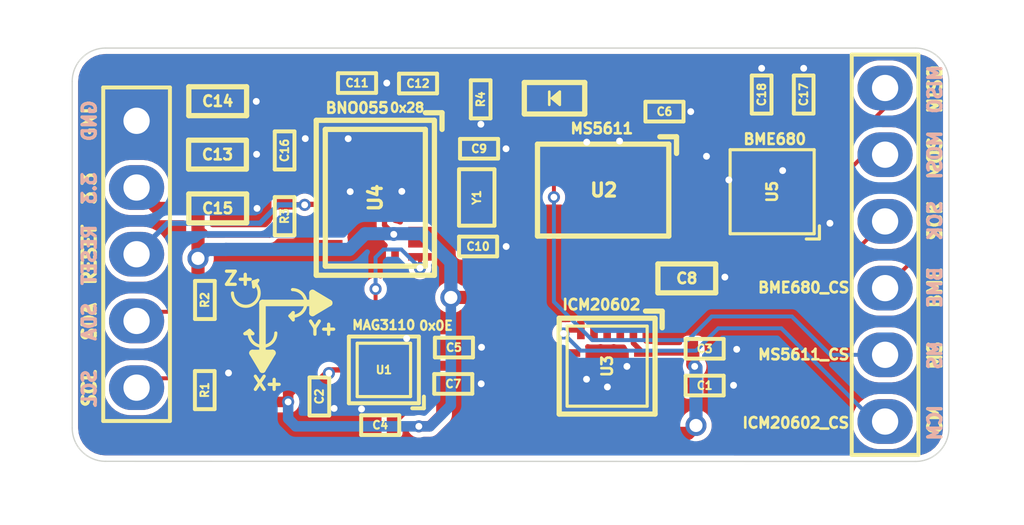
<source format=kicad_pcb>
(kicad_pcb (version 20211014) (generator pcbnew)
  (layers (0 "F.Cu" signal) (31 "B.Cu" signal) (34 "B.Paste" user) (35 "F.Paste" user) (36 "B.SilkS" user "B.Silkscreen") (37 "F.SilkS" user "F.Silkscreen") (38 "B.Mask" user) (39 "F.Mask" user) (44 "Edge.Cuts" user))
  (net 0 "")
  (net 1 "GND")
  (net 2 "Net-(C1-Pad1)")
  (net 3 "+3V3")
  (net 4 "Net-(C4-Pad1)")
  (net 5 "Net-(C5-Pad1)")
  (net 6 "Net-(C9-Pad1)")
  (net 7 "Net-(C10-Pad1)")
  (net 8 "Net-(C16-Pad1)")
  (net 9 "BNO055_RESET")
  (net 10 "I2C_SCL")
  (net 11 "I2C_SDA")
  (net 12 "SPI_MS5611")
  (net 13 "SPI_ICM20602")
  (net 14 "SPI_MISO")
  (net 15 "SPI_MOSI")
  (net 16 "SPI_SCK")
  (net 17 "Net-(U1-Pad9)")
  (net 18 "Net-(U1-Pad3)")
  (net 19 "Net-(U3-Pad7)")
  (net 20 "Net-(U3-Pad6)")
  (net 21 "Net-(U4-Pad1)")
  (net 22 "Net-(U4-Pad23)")
  (net 23 "Net-(U4-Pad22)")
  (net 24 "Net-(U4-Pad21)")
  (net 25 "Net-(U4-Pad7)")
  (net 26 "Net-(U4-Pad8)")
  (net 27 "Net-(U4-Pad12)")
  (net 28 "Net-(U4-Pad13)")
  (net 29 "Net-(U4-Pad14)")
  (net 30 "Net-(U4-Pad24)")
  (net 31 "Net-(D1-Pad1)")
  (net 32 "SPI_BME680")
  (footprint "Footprints:SMD_0402" (layer "F.Cu") (at 137.16018 98.0948 -90)
    (fp_text reference "C2")
    (fp_text value "100nF")
  )
  (footprint "Footprints:SMD_0402" (layer "F.Cu") (at 139.47666 99.187 180)
    (fp_text reference "C4")
    (fp_text value "100nF")
  )
  (footprint "Footprints:SMD_0402" (layer "F.Cu") (at 142.28336 96.23298)
    (fp_text reference "C5")
    (fp_text value "100nF")
  )
  (footprint "Footprints:SMD_0402" (layer "F.Cu") (at 142.25796 97.61728)
    (fp_text reference "C7")
    (fp_text value "100nF")
  )
  (footprint "Footprints:SMD_0402" (layer "F.Cu") (at 143.24076 88.66378)
    (fp_text reference "C9")
    (fp_text value "15pF")
  )
  (footprint "Footprints:SMD_0402" (layer "F.Cu") (at 143.20266 92.38488)
    (fp_text reference "C10")
    (fp_text value "15pF")
  )
  (footprint "Footprints:SMD_0402" (layer "F.Cu") (at 138.5951 86.16188)
    (fp_text reference "C11")
    (fp_text value "100nF")
  )
  (footprint "Footprints:SMD_0402" (layer "F.Cu") (at 140.91666 86.17966 180)
    (fp_text reference "C12")
    (fp_text value "100nF")
  )
  (footprint "Footprints:SMD_0603" (layer "F.Cu") (at 133.28142 88.8873)
    (fp_text reference "C13")
    (fp_text value "4.7uF")
  )
  (footprint "Footprints:SMD_0603" (layer "F.Cu") (at 133.28904 86.85276)
    (fp_text reference "C14")
    (fp_text value "4.7uF")
  )
  (footprint "Footprints:SMD_0603" (layer "F.Cu") (at 133.28904 90.93454)
    (fp_text reference "C15")
    (fp_text value "1uF")
  )
  (footprint "Footprints:SMD_0402" (layer "F.Cu") (at 135.83666 88.72728 90)
    (fp_text reference "C16")
    (fp_text value "100nF")
  )
  (footprint "Footprints:SMD_0402" (layer "F.Cu") (at 132.79628 97.8535 -90)
    (fp_text reference "R1")
    (fp_text value "4.7K")
  )
  (footprint "Footprints:SMD_0402" (layer "F.Cu") (at 132.80136 94.42196 90)
    (fp_text reference "R2")
    (fp_text value "4.7K")
  )
  (footprint "Footprints:SMD_0402" (layer "F.Cu") (at 135.83666 91.22918 -90)
    (fp_text reference "R3")
    (fp_text value "10K")
  )
  (footprint "Footprints:MAG3110" (layer "F.Cu") (at 139.61636 97.08388 180)
    (fp_text reference "U1")
    (fp_text value "MAG3110")
  )
  (footprint "Footprints:LGA28_3.8x5.2mm_P0.5mm" (layer "F.Cu") (at 139.29106 90.53068 -90)
    (fp_text reference "U4")
    (fp_text value "BNO055")
  )
  (footprint "Footprints:ABS05_32.768KHz" (layer "F.Cu") (at 143.15186 90.51798 -90)
    (fp_text reference "Y1")
    (fp_text value "32.768KHz")
  )
  (footprint "Footprints:SMD_0402" (layer "F.Cu") (at 151.83 96.28 180)
    (fp_text reference "C3")
    (fp_text value "100nF")
  )
  (footprint "Footprints:SMD_0603" (layer "F.Cu") (at 151.15 93.6 180)
    (fp_text reference "C8")
    (fp_text value "1uF")
  )
  (footprint "Footprints:LGA16_3x3mm_P0.5mm" (layer "F.Cu") (at 148.11708 96.94124 -90)
    (fp_text reference "U3")
    (fp_text value "ICM20602")
  )
  (footprint "Footprints:MS56xx" (layer "F.Cu") (at 147.96516 90.23858 -90)
    (fp_text reference "U2")
    (fp_text value "MS5611")
  )
  (footprint "Footprints:SMD_0402" (layer "F.Cu") (at 150.3 87.25 180)
    (fp_text reference "C6")
    (fp_text value "100nF")
  )
  (footprint "Footprints:SMD_0402" (layer "F.Cu") (at 151.83 97.68)
    (fp_text reference "C1")
    (fp_text value "100nF")
  )
  (footprint "Footprints:Diode_0603" (layer "F.Cu") (at 146.1135 86.741)
    (fp_text reference "D1" hide)
    (fp_text value "Led_Diode")
  )
  (footprint "Footprints:SMD_0402" (layer "F.Cu") (at 143.30172 86.78164 -90)
    (fp_text reference "R4")
    (fp_text value "470")
  )
  (footprint "Footprints:SMD_0402" (layer "F.Cu") (at 155.6 86.6 90)
    (fp_text reference "C17")
    (fp_text value "100nF")
  )
  (footprint "Footprints:SMD_0402" (layer "F.Cu") (at 154 86.6 90)
    (fp_text reference "C18")
    (fp_text value "100nF")
  )
  (footprint "Footprints:PinHeader_1x6_P2.5mm" (layer "F.Cu") (at 158.7 92.7)
    (fp_text reference "J2" hide)
    (fp_text value "Connector_01x06")
  )
  (footprint "Footprints:BME680" (layer "F.Cu") (at 154.4 90.3 -90)
    (fp_text reference "U5")
    (fp_text value "BME680")
  )
  (footprint "Footprints:PinHeader_1x5_P2.5mm" (layer "F.Cu") (at 130.2 92.7)
    (fp_text reference "J1" hide)
    (fp_text value "Connector_01x05")
  )
  (gr_line (start 136.8988 94.9162) (end 136.8988 94.1542) (layer "F.SilkS") (width 0.25))
  (gr_line (start 137.5338 94.5352) (end 136.8988 94.9162) (layer "F.SilkS") (width 0.25))
  (gr_line (start 136.8988 94.2812) (end 136.8988 94.1542) (layer "F.SilkS") (width 0.12))
  (gr_line (start 137.5338 94.5352) (end 134.9938 94.5352) (layer "F.SilkS") (width 0.25))
  (gr_line (start 137.0258 94.7892) (end 137.0258 94.2812) (layer "F.SilkS") (width 0.25))
  (gr_line (start 136.8988 94.1542) (end 137.5338 94.5352) (layer "F.SilkS") (width 0.25))
  (gr_line (start 134.6288 95.7052) (end 134.5018 95.5782) (layer "F.SilkS") (width 0.12))
  (gr_arc (start 134.640588 93.731518) (mid 134.598504 94.602091) (end 133.8508 94.1542) (layer "F.SilkS") (width 0.12))
  (gr_line (start 134.6636 93.9256) (end 134.640588 93.731518) (layer "F.SilkS") (width 0.12))
  (gr_line (start 136.0368 95.0272) (end 136.1638 95.1796) (layer "F.SilkS") (width 0.12))
  (gr_arc (start 136.1368 94.0272) (mid 136.6448 94.5352) (end 136.1368 95.0432) (layer "F.SilkS") (width 0.12))
  (gr_line (start 136.1638 95.1796) (end 136.1638 94.9002) (layer "F.SilkS") (width 0.12))
  (gr_line (start 136.1638 94.9002) (end 136.0368 95.0272) (layer "F.SilkS") (width 0.12))
  (gr_line (start 134.5018 95.5782) (end 134.324 95.7052) (layer "F.SilkS") (width 0.12))
  (gr_line (start 134.640588 93.731518) (end 134.816 93.6716) (layer "F.SilkS") (width 0.12))
  (gr_arc (start 135.5018 95.6782) (mid 134.9938 96.1862) (end 134.4858 95.6782) (layer "F.SilkS") (width 0.12))
  (gr_line (start 134.9938 97.0752) (end 134.6128 96.4402) (layer "F.SilkS") (width 0.25))
  (gr_line (start 134.324 95.7052) (end 134.6288 95.7052) (layer "F.SilkS") (width 0.12))
  (gr_line (start 134.6128 96.4402) (end 135.3748 96.4402) (layer "F.SilkS") (width 0.25))
  (gr_line (start 134.9938 97.0752) (end 134.9938 94.5352) (layer "F.SilkS") (width 0.25))
  (gr_line (start 134.7398 96.5672) (end 135.2478 96.5672) (layer "F.SilkS") (width 0.25))
  (gr_line (start 135.2478 96.4402) (end 135.3748 96.4402) (layer "F.SilkS") (width 0.12))
  (gr_line (start 134.816 93.6716) (end 134.6636 93.9256) (layer "F.SilkS") (width 0.12))
  (gr_line (start 135.3748 96.4402) (end 134.9938 97.0752) (layer "F.SilkS") (width 0.25))
  (gr_line (start 161.13046 86.1) (end 161.13046 99.3) (layer "Edge.Cuts") (width 0.05))
  (gr_line (start 159.86046 84.83) (end 129.02 84.83) (layer "Edge.Cuts") (width 0.05))
  (gr_line (start 159.86046 100.57) (end 129.02 100.56492) (layer "Edge.Cuts") (width 0.05))
  (gr_line (start 127.75 99.29492) (end 127.75 86.1) (layer "Edge.Cuts") (width 0.05))
  (gr_arc (start 127.75 86.1) (mid 128.121974 85.201974) (end 129.02 84.83) (layer "Edge.Cuts") (width 0.05))
  (gr_arc (start 129.02 100.56492) (mid 128.121974 100.192946) (end 127.75 99.29492) (layer "Edge.Cuts") (width 0.05))
  (gr_arc (start 159.86046 84.83) (mid 160.758486 85.201974) (end 161.13046 86.1) (layer "Edge.Cuts") (width 0.05))
  (gr_arc (start 161.13046 99.3) (mid 160.758486 100.198026) (end 159.86046 100.57) (layer "Edge.Cuts") (width 0.05))
  (gr_text "GND" (at 128.4 87.6 90) (layer "B.SilkS") (effects (font (size 0.5 0.5) (thickness 0.125)) (justify mirror)))
  (gr_text "3.3" (at 128.4 90.17 90) (layer "B.SilkS") (effects (font (size 0.5 0.5) (thickness 0.125)) (justify mirror)))
  (gr_text "SDA" (at 128.4 95.25 90) (layer "B.SilkS") (effects (font (size 0.5 0.5) (thickness 0.125)) (justify mirror)))
  (gr_text "SCL" (at 128.4 97.79 90) (layer "B.SilkS") (effects (font (size 0.5 0.5) (thickness 0.125)) (justify mirror)))
  (gr_text "RESET" (at 128.4 92.71 90) (layer "B.SilkS") (effects (font (size 0.5 0.5) (thickness 0.125)) (justify mirror)))
  (gr_text "MISO" (at 160.6 86.4 90) (layer "B.SilkS") (effects (font (size 0.5 0.5) (thickness 0.125)) (justify mirror)))
  (gr_text "MOSI" (at 160.6 88.9 90) (layer "B.SilkS") (effects (font (size 0.5 0.5) (thickness 0.125)) (justify mirror)))
  (gr_text "SCK" (at 160.6 91.4 90) (layer "B.SilkS") (effects (font (size 0.5 0.5) (thickness 0.125)) (justify mirror)))
  (gr_text "BME" (at 160.6 93.95 90) (layer "B.SilkS") (effects (font (size 0.5 0.5) (thickness 0.125)) (justify mirror)))
  (gr_text "MS" (at 160.6 96.53 90) (layer "B.SilkS") (effects (font (size 0.5 0.5) (thickness 0.125)) (justify mirror)))
  (gr_text "ICM" (at 160.6 99.1 90) (layer "B.SilkS") (effects (font (size 0.5 0.5) (thickness 0.125)) (justify mirror)))
  (gr_text "3.3" (at 128.4 90.17 90) (layer "F.SilkS") (effects (font (size 0.5 0.5) (thickness 0.125))))
  (gr_text "SDA" (at 128.4 95.25 90) (layer "F.SilkS") (effects (font (size 0.5 0.5) (thickness 0.125))))
  (gr_text "RESET" (at 128.4 92.7 90) (layer "F.SilkS") (effects (font (size 0.5 0.5) (thickness 0.125))))
  (gr_text "SCL" (at 128.4 97.79 90) (layer "F.SilkS") (effects (font (size 0.5 0.5) (thickness 0.125))))
  (gr_text "SCK" (at 160.6 91.4 90) (layer "F.SilkS") (effects (font (size 0.5 0.5) (thickness 0.125))))
  (gr_text "MOSI" (at 160.6 88.9 90) (layer "F.SilkS") (effects (font (size 0.5 0.5) (thickness 0.125))))
  (gr_text "MISO" (at 160.6 86.4 90) (layer "F.SilkS") (effects (font (size 0.5 0.5) (thickness 0.125))))
  (gr_text "ICM" (at 160.6 99.1 90) (layer "F.SilkS") (effects (font (size 0.5 0.5) (thickness 0.125))))
  (gr_text "BNO055" (at 138.6 87.11184) (layer "F.SilkS") (effects (font (size 0.4 0.4) (thickness 0.1))))
  (gr_text "MAG3110" (at 139.61128 95.377) (layer "F.SilkS") (effects (font (size 0.35 0.35) (thickness 0.0875))))
  (gr_text "MS5611" (at 147.91436 87.89416) (layer "F.SilkS") (effects (font (size 0.4 0.4) (thickness 0.1))))
  (gr_text "ICM20602" (at 147.9 94.6) (layer "F.SilkS") (effects (font (size 0.4 0.4) (thickness 0.1))))
  (gr_text "Y+" (at 137.3 95.5) (layer "F.SilkS") (effects (font (size 0.5 0.5) (thickness 0.125))))
  (gr_text "X+" (at 135.2 97.6) (layer "F.SilkS") (effects (font (size 0.5 0.5) (thickness 0.125))))
  (gr_text "Z+" (at 134.1 93.6) (layer "F.SilkS") (effects (font (size 0.5 0.5) (thickness 0.125))))
  (gr_text "BME" (at 160.6 93.95 90) (layer "F.SilkS") (effects (font (size 0.5 0.5) (thickness 0.125))))
  (gr_text "MS" (at 160.6 96.53 90) (layer "F.SilkS") (effects (font (size 0.5 0.5) (thickness 0.125))))
  (gr_text "0x0E" (at 141.6 95.4) (layer "F.SilkS") (effects (font (size 0.35 0.35) (thickness 0.0875))))
  (gr_text "0x28" (at 140.5 87.1) (layer "F.SilkS") (effects (font (size 0.35 0.35) (thickness 0.0875))))
  (gr_text "BME680" (at 154.5 88.3) (layer "F.SilkS") (effects (font (size 0.4 0.4) (thickness 0.1))))
  (gr_text "BME680_CS" (at 155.6 93.95) (layer "F.SilkS") (effects (font (size 0.4 0.4) (thickness 0.1))))
  (gr_text "MS5611_CS" (at 155.6 96.5) (layer "F.SilkS") (effects (font (size 0.4 0.4) (thickness 0.1))))
  (gr_text "ICM20602_CS" (at 155.3 99.1) (layer "F.SilkS") (effects (font (size 0.4 0.4) (thickness 0.1))))
  (gr_text "GND" (at 128.4 87.6 90) (layer "F.SilkS") (effects (font (size 0.5 0.5) (thickness 0.125))))
  (segment (start 140.04106 88.08068) (end 140.04106 86.91442) (width 0.2) (layer "F.Cu") (net 1))
  (segment (start 137.58766 88.27728) (end 137.59106 88.28068) (width 0.2) (layer "F.Cu") (net 1))
  (segment (start 143.32476 96.23298) (end 143.33492 96.22282) (width 0.2) (layer "F.Cu") (net 1))
  (segment (start 143.65266 92.38488) (end 144.272 92.38488) (width 0.15) (layer "F.Cu") (net 1))
  (segment (start 134.03904 86.85276) (end 134.74954 86.85276) (width 0.3) (layer "F.Cu") (net 1))
  (segment (start 155.6 86.15) (end 155.6 85.6) (width 0.4) (layer "F.Cu") (net 1))
  (segment (start 140.04106 86.47754) (end 139.7254 86.16188) (width 0.2) (layer "F.Cu") (net 1))
  (segment (start 137.71686 98.5448) (end 137.72152 98.54946) (width 0.2) (layer "F.Cu") (net 1))
  (segment (start 138.76636 97.88388) (end 138.76636 98.57322) (width 0.2) (layer "F.Cu") (net 1))
  (segment (start 138.3871 97.88388) (end 137.72152 98.54946) (width 0.2) (layer "F.Cu") (net 1))
  (segment (start 138.31716 90.28068) (end 138.33348 90.297) (width 0.2) (layer "F.Cu") (net 1))
  (segment (start 143.31714 97.61728) (end 143.32222 97.6122) (width 0.2) (layer "F.Cu") (net 1))
  (segment (start 142.73336 96.23298) (end 143.32476 96.23298) (width 0.2) (layer "F.Cu") (net 1))
  (segment (start 138.76636 97.88388) (end 138.3871 97.88388) (width 0.2) (layer "F.Cu") (net 1))
  (segment (start 138.34106 88.28068) (end 138.54106 88.08068) (width 0.2) (layer "F.Cu") (net 1))
  (segment (start 136.62364 88.27728) (end 137.58766 88.27728) (width 0.2) (layer "F.Cu") (net 1))
  (segment (start 139.7254 86.16188) (end 140.44888 86.16188) (width 0.2) (layer "F.Cu") (net 1))
  (segment (start 152.28 96.28) (end 153.03 96.28) (width 0.2) (layer "F.Cu") (net 1))
  (segment (start 140.3056 90.28068) (end 140.29944 90.28684) (width 0.2) (layer "F.Cu") (net 1))
  (segment (start 137.59106 88.28068) (end 138.25772 88.28068) (width 0.2) (layer "F.Cu") (net 1))
  (segment (start 148.11708 98.31624) (end 148.61708 98.31624) (width 0.2) (layer "F.Cu") (net 1))
  (segment (start 147.11708 98.31624) (end 147.61708 98.31624) (width 0.2) (layer "F.Cu") (net 1))
  (segment (start 134.74954 86.85276) (end 134.75716 86.86038) (width 0.3) (layer "F.Cu") (net 1))
  (segment (start 138.34106 88.28068) (end 138.25772 88.28068) (width 0.2) (layer "F.Cu") (net 1))
  (segment (start 147.34016 89.13858) (end 147.34016 88.41248) (width 0.3) (layer "F.Cu") (net 1))
  (segment (start 152.55 93.6) (end 152.6 93.55) (width 0.2) (layer "F.Cu") (net 1))
  (segment (start 135.83666 88.27728) (end 136.62364 88.27728) (width 0.2) (layer "F.Cu") (net 1))
  (segment (start 137.16018 98.5448) (end 137.71686 98.5448) (width 0.2) (layer "F.Cu") (net 1))
  (segment (start 140.46636 96.28388) (end 140.46636 95.90114) (width 0.15) (layer "F.Cu") (net 1))
  (segment (start 147.33006 97.44124) (end 147.33222 97.43908) (width 0.2) (layer "F.Cu") (net 1))
  (segment (start 148.11708 98.31624) (end 148.11708 97.74388) (width 0.2) (layer "F.Cu") (net 1))
  (segment (start 146.74208 97.44124) (end 147.33006 97.44124) (width 0.2) (layer "F.Cu") (net 1))
  (segment (start 150.75 87.25) (end 151.3 87.25) (width 0.4) (layer "F.Cu") (net 1))
  (segment (start 148.61708 98.31624) (end 149.11708 98.31624) (width 0.2) (layer "F.Cu") (net 1))
  (segment (start 138.54106 92.98068) (end 138.40604 92.98068) (width 0.2) (layer "F.Cu") (net 1))
  (segment (start 138.54106 92.98068) (end 139.04106 92.98068) (width 0.2) (layer "F.Cu") (net 1))
  (segment (start 140.44888 86.16188) (end 140.46666 86.17966) (width 0.2) (layer "F.Cu") (net 1))
  (segment (start 139.02666 99.187) (end 139.02666 98.83352) (width 0.2) (layer "F.Cu") (net 1))
  (segment (start 148.59016 89.13858) (end 148.59016 88.37184) (width 0.3) (layer "F.Cu") (net 1))
  (segment (start 140.04106 86.91442) (end 140.04106 86.47754) (width 0.2) (layer "F.Cu") (net 1))
  (segment (start 147.61708 98.31624) (end 148.11708 98.31624) (width 0.2) (layer "F.Cu") (net 1))
  (segment (start 138.40604 92.94566) (end 138.24106 92.78068) (width 0.2) (layer "F.Cu") (net 1))
  (segment (start 143.30172 87.23164) (end 143.30172 87.72144) (width 0.2) (layer "F.Cu") (net 1))
  (segment (start 139.02666 98.83352) (end 138.76636 98.57322) (width 0.2) (layer "F.Cu") (net 1))
  (segment (start 143.69076 88.66378) (end 144.26692 88.66378) (width 0.15) (layer "F.Cu") (net 1))
  (segment (start 134.75716 88.8873) (end 134.76986 88.8746) (width 0.3) (layer "F.Cu") (net 1))
  (segment (start 138.24106 92.78068) (end 137.59106 92.78068) (width 0.2) (layer "F.Cu") (net 1))
  (segment (start 154 86.15) (end 154 85.6) (width 0.4) (layer "F.Cu") (net 1))
  (segment (start 138.40604 92.98068) (end 138.40604 92.94566) (width 0.2) (layer "F.Cu") (net 1))
  (segment (start 143.30172 87.72144) (end 143.30934 87.72906) (width 0.2) (layer "F.Cu") (net 1))
  (segment (start 134.786622 90.93454) (end 134.787131 90.934031) (width 0.3) (layer "F.Cu") (net 1))
  (segment (start 155.6 91.5) (end 156.6 91.5) (width 0.4) (layer "F.Cu") (net 1))
  (segment (start 134.03904 90.93454) (end 134.786622 90.93454) (width 0.3) (layer "F.Cu") (net 1))
  (segment (start 139.04106 92.98068) (end 139.54106 92.98068) (width 0.2) (layer "F.Cu") (net 1))
  (segment (start 134.03142 88.8873) (end 134.75716 88.8873) (width 0.3) (layer "F.Cu") (net 1))
  (segment (start 154.8 89.1) (end 154.8 89.49499) (width 0.4) (layer "F.Cu") (net 1))
  (segment (start 139.0451 86.16188) (end 139.7254 86.16188) (width 0.2) (layer "F.Cu") (net 1))
  (segment (start 148.11708 97.74388) (end 148.12724 97.73372) (width 0.2) (layer "F.Cu") (net 1))
  (segment (start 148.87876 96.94124) (end 148.87 96.95) (width 0.2) (layer "F.Cu") (net 1))
  (segment (start 140.46636 95.90114) (end 140.4825 95.885) (width 0.15) (layer "F.Cu") (net 1))
  (segment (start 151.9 93.6) (end 152.55 93.6) (width 0.2) (layer "F.Cu") (net 1))
  (segment (start 152.28 97.68) (end 152.92 97.68) (width 0.2) (layer "F.Cu") (net 1))
  (segment (start 153.03 96.28) (end 153.05 96.3) (width 0.2) (layer "F.Cu") (net 1))
  (segment (start 140.04106 86.91442) (end 140.04106 86.58676) (width 0.2) (layer "F.Cu") (net 1))
  (segment (start 152.92 97.68) (end 152.93 97.67) (width 0.2) (layer "F.Cu") (net 1))
  (segment (start 137.59106 92.78068) (end 137.59106 93.16138) (width 0.2) (layer "F.Cu") (net 1))
  (segment (start 137.59106 90.28068) (end 138.31716 90.28068) (width 0.2) (layer "F.Cu") (net 1))
  (segment (start 140.99106 90.28068) (end 140.3056 90.28068) (width 0.2) (layer "F.Cu") (net 1))
  (segment (start 142.70796 97.61728) (end 143.31714 97.61728) (width 0.2) (layer "F.Cu") (net 1))
  (segment (start 149.49208 96.94124) (end 148.87876 96.94124) (width 0.2) (layer "F.Cu") (net 1))
  (via (at 155.6 85.6) (size 0.46) (drill 0.26) (layers "F.Cu" "B.Cu") (net 1))
  (via (at 140.29944 90.28684) (size 0.46) (drill 0.26) (layers "F.Cu" "B.Cu") (net 1))
  (via (at 143.33492 96.22282) (size 0.46) (drill 0.26) (layers "F.Cu" "B.Cu") (net 1))
  (via (at 151.3 87.25) (size 0.46) (drill 0.26) (layers "F.Cu" "B.Cu") (net 1))
  (via (at 147.34016 88.41248) (size 0.46) (drill 0.26) (layers "F.Cu" "B.Cu") (net 1))
  (via (at 144.26692 88.66378) (size 0.46) (drill 0.26) (layers "F.Cu" "B.Cu") (net 1))
  (via (at 133.7 97.2) (size 0.46) (drill 0.26) (layers "F.Cu" "B.Cu") (net 1))
  (via (at 156.6 91.5) (size 0.46) (drill 0.26) (layers "F.Cu" "B.Cu") (net 1))
  (via (at 148.12724 97.73372) (size 0.46) (drill 0.26) (layers "F.Cu" "B.Cu") (net 1))
  (via (at 154 85.6) (size 0.46) (drill 0.26) (layers "F.Cu" "B.Cu") (net 1))
  (via (at 134.75716 86.86038) (size 0.46) (drill 0.26) (layers "F.Cu" "B.Cu") (net 1))
  (via (at 153.05 96.3) (size 0.46) (drill 0.26) (layers "F.Cu" "B.Cu") (net 1))
  (via (at 143.32222 97.6122) (size 0.46) (drill 0.26) (layers "F.Cu" "B.Cu") (net 1))
  (via (at 134.787131 90.934031) (size 0.46) (drill 0.26) (layers "F.Cu" "B.Cu") (net 1))
  (via (at 136.62364 88.27728) (size 0.46) (drill 0.26) (layers "F.Cu" "B.Cu") (net 1))
  (via (at 143.30934 87.72906) (size 0.46) (drill 0.26) (layers "F.Cu" "B.Cu") (net 1))
  (via (at 144.272 92.38488) (size 0.46) (drill 0.26) (layers "F.Cu" "B.Cu") (net 1))
  (via (at 137.72152 98.54946) (size 0.46) (drill 0.26) (layers "F.Cu" "B.Cu") (net 1))
  (via (at 152.75 89.85) (size 0.46) (drill 0.26) (layers "F.Cu" "B.Cu") (net 1))
  (via (at 152.6 93.55) (size 0.46) (drill 0.26) (layers "F.Cu" "B.Cu") (net 1))
  (via (at 138.33348 90.297) (size 0.46) (drill 0.26) (layers "F.Cu" "B.Cu") (net 1))
  (via (at 138.76636 98.57322) (size 0.46) (drill 0.26) (layers "F.Cu" "B.Cu") (net 1))
  (via (at 140.4825 95.885) (size 0.46) (drill 0.26) (layers "F.Cu" "B.Cu") (net 1))
  (via (at 139.7254 86.16188) (size 0.46) (drill 0.26) (layers "F.Cu" "B.Cu") (net 1))
  (via (at 148.87 96.95) (size 0.46) (drill 0.26) (layers "F.Cu" "B.Cu") (net 1))
  (via (at 147.33222 97.43908) (size 0.46) (drill 0.26) (layers "F.Cu" "B.Cu") (net 1))
  (via (at 154.8 89.49499) (size 0.46) (drill 0.26) (layers "F.Cu" "B.Cu") (net 1))
  (via (at 148.59016 88.37184) (size 0.46) (drill 0.26) (layers "F.Cu" "B.Cu") (net 1))
  (via (at 138.25772 88.28068) (size 0.46) (drill 0.26) (layers "F.Cu" "B.Cu") (net 1))
  (via (at 151.9 88.95) (size 0.46) (drill 0.26) (layers "F.Cu" "B.Cu") (net 1))
  (via (at 134.76986 88.8746) (size 0.46) (drill 0.26) (layers "F.Cu" "B.Cu") (net 1))
  (via (at 152.93 97.67) (size 0.46) (drill 0.26) (layers "F.Cu" "B.Cu") (net 1))
  (segment (start 149.49208 97.44124) (end 151.14124 97.44124) (width 0.2) (layer "F.Cu") (net 2))
  (segment (start 151.14124 97.44124) (end 151.38 97.68) (width 0.2) (layer "F.Cu") (net 2))
  (segment (start 149.49208 97.44124) (end 149.49592 97.44124) (width 0.15) (layer "F.Cu") (net 2))
  (segment (start 136.2952 97.6448) (end 137.16018 97.6448) (width 0.4) (layer "F.Cu") (net 3))
  (segment (start 149.11708 95.56624) (end 149.11708 96.06624) (width 0.2) (layer "F.Cu") (net 3))
  (segment (start 141.36666 87.47548) (end 141.71168 87.8205) (width 0.2) (layer "F.Cu") (net 3))
  (segment (start 132.79628 98.3035) (end 135.97104 98.3035) (width 0.4) (layer "F.Cu") (net 3))
  (segment (start 139.04106 87.56542) (end 138.1451 86.66946) (width 0.2) (layer "F.Cu") (net 3))
  (segment (start 139.54106 88.08068) (end 139.04106 88.08068) (width 0.2) (layer "F.Cu") (net 3))
  (segment (start 135.26516 91.95308) (end 135.53906 91.67918) (width 0.2) (layer "F.Cu") (net 3))
  (segment (start 152.75 87.05) (end 150.66142 89.13858) (width 0.4) (layer "F.Cu") (net 3))
  (segment (start 141.48048 88.78068) (end 141.71168 88.54948) (width 0.2) (layer "F.Cu") (net 3))
  (segment (start 142.16634 94.32544) (end 144.72456 94.32544) (width 0.5) (layer "F.Cu") (net 3))
  (segment (start 155.6 87.05) (end 155.6 89.1) (width 0.4) (layer "F.Cu") (net 3))
  (segment (start 139.04106 88.08068) (end 139.04106 87.56542) (width 0.2) (layer "F.Cu") (net 3))
  (segment (start 145.0467 98.5467) (end 146 99.5) (width 0.5) (layer "F.Cu") (net 3))
  (segment (start 137.16018 97.6448) (end 137.06018 97.6448) (width 0.3) (layer "F.Cu") (net 3))
  (segment (start 151.2 99.5) (end 151.5 99.2) (width 0.5) (layer "F.Cu") (net 3))
  (segment (start 132.53904 93.70964) (end 132.80136 93.97196) (width 0.5) (layer "F.Cu") (net 3))
  (segment (start 130.99454 90.93454) (end 130.2 90.14) (width 0.5) (layer "F.Cu") (net 3))
  (segment (start 141.35728 99.23272) (end 141.80796 98.78204) (width 0.4) (layer "F.Cu") (net 3))
  (segment (start 138.1451 86.66946) (end 138.1451 86.16188) (width 0.2) (layer "F.Cu") (net 3))
  (segment (start 132.78866 91.82608) (end 132.91566 91.95308) (width 0.2) (layer "F.Cu") (net 3))
  (segment (start 139.64106 91.57156) (end 139.9921 91.9226) (width 0.2) (layer "F.Cu") (net 3))
  (segment (start 141.67456 97.48388) (end 141.80796 97.61728) (width 0.2) (layer "F.Cu") (net 3))
  (segment (start 137.16018 97.44456) (end 137.16018 97.6448) (width 0.2) (layer "F.Cu") (net 3))
  (segment (start 132.53904 88.87968) (end 132.53142 88.8873) (width 0.5) (layer "F.Cu") (net 3))
  (segment (start 137.52086 97.08388) (end 137.16018 97.44456) (width 0.2) (layer "F.Cu") (net 3))
  (segment (start 151.38 96.88) (end 151.45 96.95) (width 0.5) (layer "F.Cu") (net 3))
  (segment (start 132.53904 90.93454) (end 132.53904 91.58454) (width 0.2) (layer "F.Cu") (net 3))
  (segment (start 135.97104 97.96896) (end 136.2952 97.6448) (width 0.4) (layer "F.Cu") (net 3))
  (segment (start 139.54106 88.68068) (end 139.64106 88.78068) (width 0.2) (layer "F.Cu") (net 3))
  (segment (start 141.71168 88.54948) (end 141.71168 87.8205) (width 0.2) (layer "F.Cu") (net 3))
  (segment (start 149.85 89.12874) (end 149.84016 89.13858) (width 0.4) (layer "F.Cu") (net 3))
  (segment (start 149.49208 96.44124) (end 151.21876 96.44124) (width 0.2) (layer "F.Cu") (net 3))
  (segment (start 139.54106 88.08068) (end 139.54106 88.68068) (width 0.2) (layer "F.Cu") (net 3))
  (segment (start 145.0467 94.0033) (end 145.0467 98.5467) (width 0.5) (layer "F.Cu") (net 3))
  (segment (start 141.71168 87.8205) (end 141.47842 87.58724) (width 0.2) (layer "F.Cu") (net 3))
  (segment (start 132.53904 91.58454) (end 132.78058 91.82608) (width 0.2) (layer "F.Cu") (net 3))
  (segment (start 132.53142 90.92692) (end 132.53904 90.93454) (width 0.5) (layer "F.Cu") (net 3))
  (segment (start 154 87.05) (end 152.75 87.05) (width 0.4) (layer "F.Cu") (net 3))
  (segment (start 132.91566 91.95308) (end 135.26516 91.95308) (width 0.2) (layer "F.Cu") (net 3))
  (segment (start 145.0467 88.7078) (end 146.8385 86.916) (width 0.5) (layer "F.Cu") (net 3))
  (segment (start 154 87.05) (end 154 89.1) (width 0.4) (layer "F.Cu") (net 3))
  (segment (start 145.0467 92.92336) (end 145.0467 94.0033) (width 0.5) (layer "F.Cu") (net 3))
  (segment (start 132.53904 90.93454) (end 130.99454 90.93454) (width 0.5) (layer "F.Cu") (net 3))
  (segment (start 155.6 87.05) (end 154 87.05) (width 0.4) (layer "F.Cu") (net 3))
  (segment (start 139.64106 88.78068) (end 139.64106 91.57156) (width 0.2) (layer "F.Cu") (net 3))
  (segment (start 140.99106 88.78068) (end 141.48048 88.78068) (width 0.2) (layer "F.Cu") (net 3))
  (segment (start 140.94732 99.23272) (end 141.35728 99.23272) (width 0.4) (layer "F.Cu") (net 3))
  (segment (start 149.11708 94.13292) (end 149.65 93.6) (width 0.2) (layer "F.Cu") (net 3))
  (segment (start 135.97104 98.3035) (end 135.97104 97.96896) (width 0.4) (layer "F.Cu") (net 3))
  (segment (start 150.66142 89.13858) (end 149.84016 89.13858) (width 0.4) (layer "F.Cu") (net 3))
  (segment (start 149.88274 89.096) (end 149.84016 89.13858) (width 0.4) (layer "F.Cu") (net 3))
  (segment (start 149.65 87.25) (end 149.141 86.741) (width 0.4) (layer "F.Cu") (net 3))
  (segment (start 149.85 87.25) (end 149.65 87.25) (width 0.4) (layer "F.Cu") (net 3))
  (segment (start 140.34106 88.78068) (end 140.99106 88.78068) (width 0.2) (layer "F.Cu") (net 3))
  (segment (start 141.80796 98.78204) (end 141.80796 97.61728) (width 0.4) (layer "F.Cu") (net 3))
  (segment (start 141.36666 86.17966) (end 141.36666 87.47548) (width 0.2) (layer "F.Cu") (net 3))
  (segment (start 146 99.5) (end 151.2 99.5) (width 0.5) (layer "F.Cu") (net 3))
  (segment (start 138.76636 97.08388) (end 137.52086 97.08388) (width 0.2) (layer "F.Cu") (net 3))
  (segment (start 132.78058 91.82608) (end 132.78866 91.82608) (width 0.2) (layer "F.Cu") (net 3))
  (segment (start 144.72456 94.32544) (end 145.0467 94.0033) (width 0.5) (layer "F.Cu") (net 3))
  (segment (start 149.11708 95.56624) (end 149.11708 94.13292) (width 0.2) (layer "F.Cu") (net 3))
  (segment (start 149.11708 96.06624) (end 149.49208 96.44124) (width 0.2) (layer "F.Cu") (net 3))
  (segment (start 139.64106 88.78068) (end 140.34106 88.78068) (width 0.2) (layer "F.Cu") (net 3))
  (segment (start 151.38 96.28) (end 151.38 96.88) (width 0.5) (layer "F.Cu") (net 3))
  (segment (start 140.46636 97.48388) (end 141.67456 97.48388) (width 0.2) (layer "F.Cu") (net 3))
  (segment (start 145.0467 92.92336) (end 145.0467 88.7078) (width 0.5) (layer "F.Cu") (net 3))
  (segment (start 151.21876 96.44124) (end 151.38 96.28) (width 0.2) (layer "F.Cu") (net 3))
  (segment (start 149.141 86.741) (end 146.8385 86.741) (width 0.4) (layer "F.Cu") (net 3))
  (segment (start 149.85 87.25) (end 149.85 89.12874) (width 0.4) (layer "F.Cu") (net 3))
  (segment (start 135.53906 91.67918) (end 135.83666 91.67918) (width 0.2) (layer "F.Cu") (net 3))
  (segment (start 146.8385 86.916) (end 146.8385 86.741) (width 0.5) (layer "F.Cu") (net 3))
  (segment (start 132.53142 88.8873) (end 132.53142 90.92692) (width 0.5) (layer "F.Cu") (net 3))
  (segment (start 137.53862 97.19106) (end 137.52264 97.20704) (width 0.2) (layer "F.Cu") (net 3))
  (segment (start 149.65 93.6) (end 150.4 93.6) (width 0.2) (layer "F.Cu") (net 3))
  (segment (start 132.53904 86.85276) (end 132.53904 88.87968) (width 0.5) (layer "F.Cu") (net 3))
  (segment (start 132.53904 90.93454) (end 132.53904 93.70964) (width 0.5) (layer "F.Cu") (net 3))
  (via (at 139.9921 91.9226) (size 0.46) (drill 0.26) (layers "F.Cu" "B.Cu") (net 3))
  (via (at 142.16634 94.32544) (size 0.8) (drill 0.5) (layers "F.Cu" "B.Cu") (net 3))
  (via (at 151.45 96.95) (size 0.46) (drill 0.26) (layers "F.Cu" "B.Cu") (net 3))
  (via (at 135.97104 98.3035) (size 0.46) (drill 0.26) (layers "F.Cu" "B.Cu") (net 3))
  (via (at 151.5 99.2) (size 0.8) (drill 0.5) (layers "F.Cu" "B.Cu") (net 3))
  (via (at 132.53904 92.83884) (size 0.8) (drill 0.5) (layers "F.Cu" "B.Cu") (net 3))
  (via (at 137.52264 97.20704) (size 0.46) (drill 0.26) (layers "F.Cu" "B.Cu") (net 3))
  (via (at 140.94732 99.23272) (size 0.46) (drill 0.26) (layers "F.Cu" "B.Cu") (net 3))
  (segment (start 133.6 92.5) (end 132.87788 92.5) (width 0.5) (layer "B.Cu") (net 3))
  (segment (start 151.5 99.2) (end 151.5 97) (width 0.5) (layer "B.Cu") (net 3))
  (segment (start 140.0147 91.9) (end 141.0871 91.9) (width 0.5) (layer "B.Cu") (net 3))
  (segment (start 142.16634 92.97924) (end 142.16634 94.32544) (width 0.5) (layer "B.Cu") (net 3))
  (segment (start 133.60336 92.49664) (end 133.6 92.5) (width 0.5) (layer "B.Cu") (net 3))
  (segment (start 136.26272 99.23272) (end 135.97104 98.94104) (width 0.4) (layer "B.Cu") (net 3))
  (segment (start 138.30336 92.49664) (end 133.60336 92.49664) (width 0.5) (layer "B.Cu") (net 3))
  (segment (start 132.87788 92.5) (end 132.53904 92.83884) (width 0.5) (layer "B.Cu") (net 3))
  (segment (start 142.16634 94.32544) (end 142.16634 98.43366) (width 0.4) (layer "B.Cu") (net 3))
  (segment (start 151.5 97) (end 151.45 96.95) (width 0.5) (layer "B.Cu") (net 3))
  (segment (start 141.0871 91.9) (end 142.16634 92.97924) (width 0.5) (layer "B.Cu") (net 3))
  (segment (start 139.9921 91.9226) (end 140.0147 91.9) (width 0.5) (layer "B.Cu") (net 3))
  (segment (start 142.16634 98.43366) (end 141.36728 99.23272) (width 0.4) (layer "B.Cu") (net 3))
  (segment (start 138.9 91.9) (end 138.30336 92.49664) (width 0.5) (layer "B.Cu") (net 3))
  (segment (start 139.9695 91.9) (end 138.9 91.9) (width 0.5) (layer "B.Cu") (net 3))
  (segment (start 140.94732 99.23272) (end 136.26272 99.23272) (width 0.4) (layer "B.Cu") (net 3))
  (segment (start 139.9921 91.9226) (end 139.9695 91.9) (width 0.5) (layer "B.Cu") (net 3))
  (segment (start 141.36728 99.23272) (end 140.94732 99.23272) (width 0.4) (layer "B.Cu") (net 3))
  (segment (start 135.97104 98.94104) (end 135.97104 98.3035) (width 0.4) (layer "B.Cu") (net 3))
  (segment (start 140.46636 98.6473) (end 139.92666 99.187) (width 0.2) (layer "F.Cu") (net 4))
  (segment (start 140.46636 97.88388) (end 140.46636 98.6473) (width 0.2) (layer "F.Cu") (net 4))
  (segment (start 140.46636 96.68388) (end 141.38246 96.68388) (width 0.2) (layer "F.Cu") (net 5))
  (segment (start 141.38246 96.68388) (end 141.83336 96.23298) (width 0.2) (layer "F.Cu") (net 5))
  (segment (start 141.75962 89.28068) (end 142.34692 89.86798) (width 0.15) (layer "F.Cu") (net 6))
  (segment (start 140.99106 89.28068) (end 141.75962 89.28068) (width 0.15) (layer "F.Cu") (net 6))
  (segment (start 142.79076 89.50688) (end 143.15186 89.86798) (width 0.15) (layer "F.Cu") (net 6))
  (segment (start 142.34692 89.86798) (end 143.15186 89.86798) (width 0.15) (layer "F.Cu") (net 6))
  (segment (start 142.79076 88.66378) (end 142.79076 89.50688) (width 0.15) (layer "F.Cu") (net 6))
  (segment (start 142.75266 91.56718) (end 143.15186 91.16798) (width 0.15) (layer "F.Cu") (net 7))
  (segment (start 141.62462 89.78068) (end 143.01192 91.16798) (width 0.15) (layer "F.Cu") (net 7))
  (segment (start 142.75266 92.38488) (end 142.75266 91.56718) (width 0.15) (layer "F.Cu") (net 7))
  (segment (start 143.01192 91.16798) (end 143.15186 91.16798) (width 0.15) (layer "F.Cu") (net 7))
  (segment (start 140.99106 89.78068) (end 141.62462 89.78068) (width 0.15) (layer "F.Cu") (net 7))
  (segment (start 136.54006 89.78068) (end 136.94106 89.78068) (width 0.2) (layer "F.Cu") (net 8))
  (segment (start 135.83666 89.17728) (end 135.93666 89.17728) (width 0.2) (layer "F.Cu") (net 8))
  (segment (start 135.93666 89.17728) (end 136.54006 89.78068) (width 0.2) (layer "F.Cu") (net 8))
  (segment (start 136.94106 89.78068) (end 137.59106 89.78068) (width 0.2) (layer "F.Cu") (net 8))
  (segment (start 136.61932 90.78068) (end 136.6 90.8) (width 0.2) (layer "F.Cu") (net 9))
  (segment (start 137.59106 90.78068) (end 136.61932 90.78068) (width 0.2) (layer "F.Cu") (net 9))
  (segment (start 136.6 90.8) (end 135.83816 90.78068) (width 0.2) (layer "F.Cu") (net 9))
  (segment (start 135.83816 90.78068) (end 135.83666 90.77918) (width 0.2) (layer "F.Cu") (net 9))
  (via (at 136.6 90.8) (size 0.46) (drill 0.26) (layers "F.Cu" "B.Cu") (net 9))
  (segment (start 130.19466 92.69508) (end 129.99466 92.69508) (width 0.15) (layer "B.Cu") (net 9))
  (segment (start 136.6 90.8) (end 135.6 90.8) (width 0.2) (layer "B.Cu") (net 9))
  (segment (start 134.9 91.5) (end 131.38 91.5) (width 0.2) (layer "B.Cu") (net 9))
  (segment (start 135.6 90.8) (end 134.9 91.5) (width 0.2) (layer "B.Cu") (net 9))
  (segment (start 131.38 91.5) (end 130.2 92.68) (width 0.2) (layer "B.Cu") (net 9))
  (segment (start 129.99466 92.32678) (end 130.19466 92.32678) (width 0.15) (layer "B.Cu") (net 9))
  (segment (start 133.09612 96.68388) (end 132.79628 96.98372) (width 0.15) (layer "F.Cu") (net 10))
  (segment (start 132.79628 97.4035) (end 130.5565 97.4035) (width 0.15) (layer "F.Cu") (net 10))
  (segment (start 139.26636 96.68388) (end 139.81 96.14024) (width 0.15) (layer "F.Cu") (net 10))
  (segment (start 132.79628 96.98372) (end 132.79628 97.4035) (width 0.15) (layer "F.Cu") (net 10))
  (segment (start 140.04106 93.46894) (end 140.04106 92.98068) (width 0.15) (layer "F.Cu") (net 10))
  (segment (start 138.76636 96.68388) (end 139.26636 96.68388) (width 0.15) (layer "F.Cu") (net 10))
  (segment (start 139.81 93.7) (end 140.04106 93.46894) (width 0.15) (layer "F.Cu") (net 10))
  (segment (start 139.81 96.14024) (end 139.81 93.7) (width 0.15) (layer "F.Cu") (net 10))
  (segment (start 130.5565 97.4035) (end 130.2 97.76) (width 0.15) (layer "F.Cu") (net 10))
  (segment (start 138.76636 96.68388) (end 133.09612 96.68388) (width 0.15) (layer "F.Cu") (net 10))
  (segment (start 132.793 97.40678) (end 132.79628 97.4035) (width 0.15) (layer "F.Cu") (net 10))
  (segment (start 139.28671 96.18671) (end 139.18954 96.28388) (width 0.15) (layer "F.Cu") (net 11))
  (segment (start 140.99106 93.20894) (end 140.991056 93.208944) (width 0.15) (layer "F.Cu") (net 11))
  (segment (start 139.18954 96.28388) (end 138.76636 96.28388) (width 0.15) (layer "F.Cu") (net 11))
  (segment (start 133.84388 96.28388) (end 132.80136 95.24136) (width 0.15) (layer "F.Cu") (net 11))
  (segment (start 139.3 94) (end 139.3 96.17342) (width 0.15) (layer "F.Cu") (net 11))
  (segment (start 138.76636 96.28388) (end 133.84388 96.28388) (width 0.15) (layer "F.Cu") (net 11))
  (segment (start 132.80136 95.24136) (end 132.80136 94.87196) (width 0.15) (layer "F.Cu") (net 11))
  (segment (start 130.54804 94.87196) (end 130.2 95.22) (width 0.15) (layer "F.Cu") (net 11))
  (segment (start 132.80136 94.87196) (end 130.54804 94.87196) (width 0.15) (layer "F.Cu") (net 11))
  (segment (start 140.99106 92.78068) (end 140.99106 93.20894) (width 0.15) (layer "F.Cu") (net 11))
  (segment (start 139.3 96.17342) (end 139.28671 96.18671) (width 0.15) (layer "F.Cu") (net 11))
  (segment (start 140.99106 92.78068) (end 140.78756 92.78068) (width 0.15) (layer "F.Cu") (net 11))
  (via (at 139.3 94) (size 0.46) (drill 0.26) (layers "F.Cu" "B.Cu") (net 11))
  (via (at 140.991056 93.208944) (size 0.46) (drill 0.26) (layers "F.Cu" "B.Cu") (net 11))
  (segment (start 139.6 92.5) (end 139.3 92.8) (width 0.15) (layer "B.Cu") (net 11))
  (segment (start 140.991056 93.208944) (end 140.282112 92.5) (width 0.15) (layer "B.Cu") (net 11))
  (segment (start 139.3 92.8) (end 139.3 94) (width 0.15) (layer "B.Cu") (net 11))
  (segment (start 140.282112 92.5) (end 139.6 92.5) (width 0.15) (layer "B.Cu") (net 11))
  (segment (start 146.09016 90.50734) (end 146.09016 91.33858) (width 0.15) (layer "F.Cu") (net 12))
  (segment (start 146.09016 89.83858) (end 146.09016 90.50734) (width 0.15) (layer "F.Cu") (net 12))
  (segment (start 146.09016 89.13858) (end 146.09016 89.83858) (width 0.15) (layer "F.Cu") (net 12))
  (via (at 146.09016 90.50734) (size 0.46) (drill 0.26) (layers "F.Cu" "B.Cu") (net 12))
  (segment (start 146.09016 94.49016) (end 147.55 95.95) (width 0.15) (layer "B.Cu") (net 12))
  (segment (start 156.61 96.51) (end 158.7 96.51) (width 0.15) (layer "B.Cu") (net 12))
  (segment (start 152.1 95.05) (end 155.15 95.05) (width 0.15) (layer "B.Cu") (net 12))
  (segment (start 146.09016 90.50734) (end 146.09016 94.49016) (width 0.15) (layer "B.Cu") (net 12))
  (segment (start 151.2 95.95) (end 152.1 95.05) (width 0.15) (layer "B.Cu") (net 12))
  (segment (start 155.15 95.05) (end 156.61 96.51) (width 0.15) (layer "B.Cu") (net 12))
  (segment (start 147.55 95.95) (end 151.2 95.95) (width 0.15) (layer "B.Cu") (net 12))
  (segment (start 146.58376 95.56624) (end 146.453259 95.696741) (width 0.2) (layer "F.Cu") (net 13))
  (segment (start 147.11708 95.56624) (end 146.58376 95.56624) (width 0.2) (layer "F.Cu") (net 13))
  (via (at 146.453259 95.696741) (size 0.46) (drill 0.26) (layers "F.Cu" "B.Cu") (net 13))
  (segment (start 151.5 96.35) (end 147.106518 96.35) (width 0.15) (layer "B.Cu") (net 13))
  (segment (start 158.299978 99.05) (end 154.749978 95.5) (width 0.15) (layer "B.Cu") (net 13))
  (segment (start 152.35 95.5) (end 151.5 96.35) (width 0.15) (layer "B.Cu") (net 13))
  (segment (start 158.7 99.05) (end 158.299978 99.05) (width 0.15) (layer "B.Cu") (net 13))
  (segment (start 154.749978 95.5) (end 152.35 95.5) (width 0.15) (layer "B.Cu") (net 13))
  (segment (start 147.106518 96.35) (end 146.453259 95.696741) (width 0.15) (layer "B.Cu") (net 13))
  (segment (start 153.85 89.95) (end 155.85 89.95) (width 0.15) (layer "F.Cu") (net 14))
  (segment (start 158.7 87.1) (end 158.7 86.35) (width 0.15) (layer "F.Cu") (net 14))
  (segment (start 153.2 89.1) (end 153.2 89.3) (width 0.15) (layer "F.Cu") (net 14))
  (segment (start 151.55001 90.09999) (end 152.55 89.1) (width 0.15) (layer "F.Cu") (net 14))
  (segment (start 148.57875 90.09999) (end 151.49999 90.09999) (width 0.15) (layer "F.Cu") (net 14))
  (segment (start 151.49999 90.09999) (end 151.55001 90.09999) (width 0.15) (layer "F.Cu") (net 14))
  (segment (start 155.85 89.95) (end 158.7 87.1) (width 0.15) (layer "F.Cu") (net 14))
  (segment (start 147.61708 95.56624) (end 147.61708 92.17708) (width 0.15) (layer "F.Cu") (net 14))
  (segment (start 152.55 89.1) (end 153.2 89.1) (width 0.15) (layer "F.Cu") (net 14))
  (segment (start 147.34016 91.90016) (end 147.34016 91.33858) (width 0.15) (layer "F.Cu") (net 14))
  (segment (start 147.34016 91.33858) (end 148.57875 90.09999) (width 0.15) (layer "F.Cu") (net 14))
  (segment (start 147.61708 92.17708) (end 147.34016 91.90016) (width 0.15) (layer "F.Cu") (net 14))
  (segment (start 153.2 89.3) (end 153.85 89.95) (width 0.15) (layer "F.Cu") (net 14))
  (segment (start 148.59016 91.33858) (end 148.59016 91.00984) (width 0.15) (layer "F.Cu") (net 15))
  (segment (start 148.11708 95.56624) (end 148.11708 91.81166) (width 0.15) (layer "F.Cu") (net 15))
  (segment (start 153.15 90.45) (end 156.35 90.45) (width 0.15) (layer "F.Cu") (net 15))
  (segment (start 148.11708 91.81166) (end 148.59016 91.33858) (width 0.15) (layer "F.Cu") (net 15))
  (segment (start 148.59016 91.00984) (end 149.15 90.45) (width 0.15) (layer "F.Cu") (net 15))
  (segment (start 157.91 88.89) (end 158.7 88.89) (width 0.15) (layer "F.Cu") (net 15))
  (segment (start 156.35 90.45) (end 157.91 88.89) (width 0.15) (layer "F.Cu") (net 15))
  (segment (start 154 91.3) (end 154 91.5) (width 0.15) (layer "F.Cu") (net 15))
  (segment (start 149.15 90.45) (end 153.15 90.45) (width 0.15) (layer "F.Cu") (net 15))
  (segment (start 153.15 90.45) (end 154 91.3) (width 0.15) (layer "F.Cu") (net 15))
  (segment (start 150.27874 90.9) (end 152.91 90.9) (width 0.15) (layer "F.Cu") (net 16))
  (segment (start 149.84016 91.33858) (end 150.27874 90.9) (width 0.15) (layer "F.Cu") (net 16))
  (segment (start 153.2 91.5) (end 153.2 92) (width 0.15) (layer "F.Cu") (net 16))
  (segment (start 157.63 92.5) (end 158.7 91.43) (width 0.15) (layer "F.Cu") (net 16))
  (segment (start 149.84016 91.35984) (end 149.84016 91.33858) (width 0.15) (layer "F.Cu") (net 16))
  (segment (start 148.61708 95.56624) (end 148.61708 92.58292) (width 0.15) (layer "F.Cu") (net 16))
  (segment (start 152.91 90.9) (end 153.2 91.19) (width 0.15) (layer "F.Cu") (net 16))
  (segment (start 153.2 91.19) (end 153.2 91.5) (width 0.15) (layer "F.Cu") (net 16))
  (segment (start 153.2 92) (end 153.7 92.5) (width 0.15) (layer "F.Cu") (net 16))
  (segment (start 148.61708 92.58292) (end 149.84016 91.35984) (width 0.15) (layer "F.Cu") (net 16))
  (segment (start 153.7 92.5) (end 157.63 92.5) (width 0.15) (layer "F.Cu") (net 16))
  (segment (start 143.30172 86.33164) (end 143.72008 86.75) (width 0.2) (layer "F.Cu") (net 31))
  (segment (start 145.3795 86.75) (end 145.3885 86.741) (width 0.2) (layer "F.Cu") (net 31))
  (segment (start 143.72008 86.75) (end 145.3795 86.75) (width 0.2) (layer "F.Cu") (net 31))
  (segment (start 160.1 90.8) (end 160.1 92.57) (width 0.15) (layer "F.Cu") (net 32))
  (segment (start 159.5 90.2) (end 160.1 90.8) (width 0.15) (layer "F.Cu") (net 32))
  (segment (start 160.1 92.57) (end 158.7 93.97) (width 0.15) (layer "F.Cu") (net 32))
  (segment (start 154.8 91.3) (end 155.2 90.9) (width 0.15) (layer "F.Cu") (net 32))
  (segment (start 155.2 90.9) (end 157 90.9) (width 0.15) (layer "F.Cu") (net 32))
  (segment (start 154.8 91.5) (end 154.8 91.3) (width 0.15) (layer "F.Cu") (net 32))
  (segment (start 157.7 90.2) (end 159.5 90.2) (width 0.15) (layer "F.Cu") (net 32))
  (segment (start 157 90.9) (end 157.7 90.2) (width 0.15) (layer "F.Cu") (net 32))
  (segment (start 158.28 93.55) (end 158.7 93.97) (width 0.15) (layer "F.Cu") (net 32))
  (zone (net 1) (net_name "GND") (layer "F.Cu") (connect_pads yes (clearance 0.2)) (min_thickness 0.2) (fill yes (thermal_gap 0.2) (thermal_bridge_width 0.23))
    (polygon (pts (xy 163 102) (xy 126 102) (xy 126 84) (xy 163 84)))
  )
  (zone (net 1) (net_name "GND") (layer "B.Cu") (connect_pads yes (clearance 0.2)) (min_thickness 0.2) (fill yes (thermal_gap 0.2) (thermal_bridge_width 0.23))
    (polygon (pts (xy 164 103) (xy 125 103) (xy 125 83) (xy 164 83)))
  )
)
</source>
